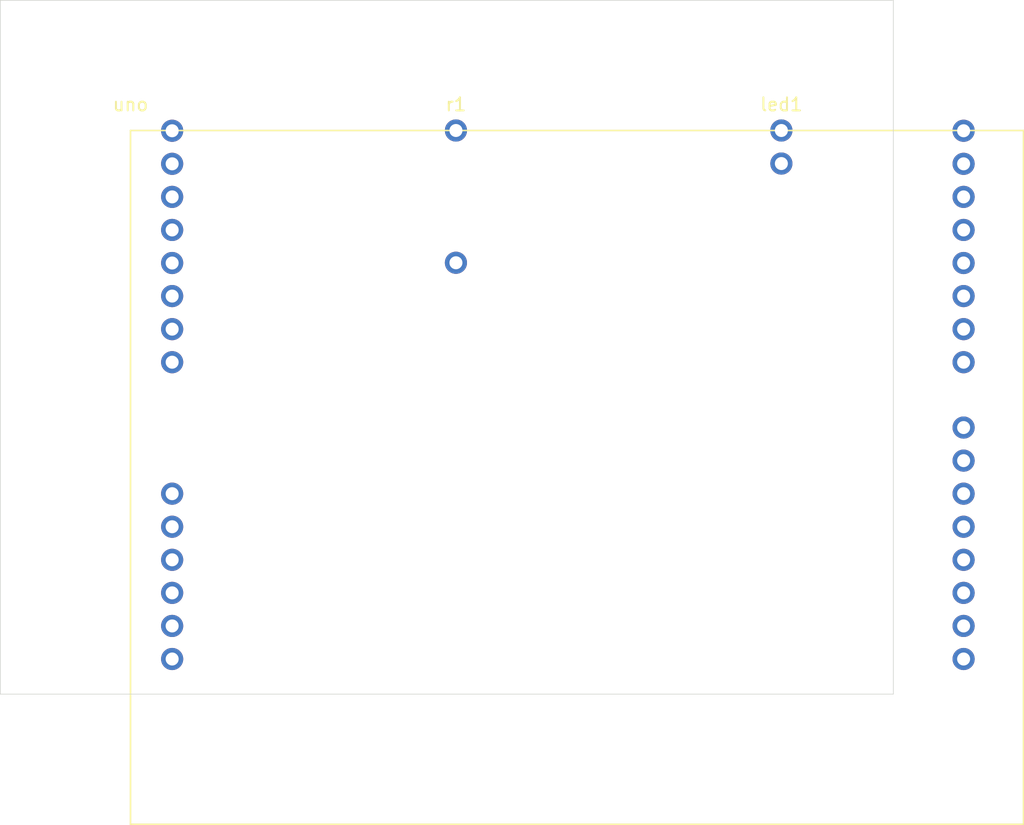
<source format=kicad_pcb>
(kicad_pcb (version 20240108) (generator sparkbench) (generator_version "1.0")
  (layers (0 F.Cu signal) (31 B.Cu signal) (36 B.SilkS user) (37 F.SilkS user) (38 B.Mask user) (39 F.Mask user) (44 Edge.Cuts user))
  (title_block (title "Sparkbench PCB Editor Alpha"))
  (net 0 "")
  (net 1 Net-1)
  (net 2 Net-2)
  (net 3 Net-3)
  (gr_line (start 0 0) (end 68.6 0) (layer Edge.Cuts) (stroke (width 0.05)))
  (gr_line (start 68.6 0) (end 68.6 53.3) (layer Edge.Cuts) (stroke (width 0.05)))
  (gr_line (start 68.6 53.3) (end 0 53.3) (layer Edge.Cuts) (stroke (width 0.05)))
  (gr_line (start 0 53.3) (end 0 0) (layer Edge.Cuts) (stroke (width 0.05)))
  (footprint Arduino-Uno-Shield (layer F.Cu) (at 10 10)
    (fp_text reference uno (at 0 -2) (layer F.SilkS))
    (fp_text value Arduino-Uno-Shield)
    (fp_line (start 0 0) (end 68.6 0) (layer F.SilkS) (stroke (width 0.12)))
    (fp_line (start 68.6 0) (end 68.6 53.3) (layer F.SilkS) (stroke (width 0.12)))
    (fp_line (start 68.6 53.3) (end 0 53.3) (layer F.SilkS) (stroke (width 0.12)))
    (fp_line (start 0 53.3) (end 0 0) (layer F.SilkS) (stroke (width 0.12)))
    (pad uno:0 thru_hole circle (at 64 40.6) (size 1.7 1.7) (layers F.Cu B.Cu) (drill 1))
    (pad uno:1 thru_hole circle (at 64 38.06) (size 1.7 1.7) (layers F.Cu B.Cu) (drill 1))
    (pad uno:2 thru_hole circle (at 64 35.52) (size 1.7 1.7) (layers F.Cu B.Cu) (drill 1))
    (pad uno:3 thru_hole circle (at 64 32.98) (size 1.7 1.7) (layers F.Cu B.Cu) (drill 1))
    (pad uno:4 thru_hole circle (at 64 30.44) (size 1.7 1.7) (layers F.Cu B.Cu) (drill 1))
    (pad uno:5 thru_hole circle (at 64 27.9) (size 1.7 1.7) (layers F.Cu B.Cu) (drill 1))
    (pad uno:6 thru_hole circle (at 64 25.36) (size 1.7 1.7) (layers F.Cu B.Cu) (drill 1))
    (pad uno:7 thru_hole circle (at 64 22.82) (size 1.7 1.7) (layers F.Cu B.Cu) (drill 1))
    (pad uno:8 thru_hole circle (at 64 17.8) (size 1.7 1.7) (layers F.Cu B.Cu) (drill 1))
    (pad uno:9 thru_hole circle (at 64 15.26) (size 1.7 1.7) (layers F.Cu B.Cu) (drill 1))
    (pad uno:10 thru_hole circle (at 64 12.72) (size 1.7 1.7) (layers F.Cu B.Cu) (drill 1))
    (pad uno:11 thru_hole circle (at 64 10.18) (size 1.7 1.7) (layers F.Cu B.Cu) (drill 1))
    (pad uno:12 thru_hole circle (at 64 7.64) (size 1.7 1.7) (layers F.Cu B.Cu) (drill 1))
    (pad uno:13 thru_hole circle (at 64 5.1) (size 1.7 1.7) (layers F.Cu B.Cu) (drill 1) (net 1 Net-1))
    (pad uno:GND.2 thru_hole circle (at 64 2.56) (size 1.7 1.7) (layers F.Cu B.Cu) (drill 1))
    (pad uno:AREF thru_hole circle (at 64 0.02) (size 1.7 1.7) (layers F.Cu B.Cu) (drill 1))
    (pad uno:A0 thru_hole circle (at 3.2 40.6) (size 1.7 1.7) (layers F.Cu B.Cu) (drill 1))
    (pad uno:A1 thru_hole circle (at 3.2 38.06) (size 1.7 1.7) (layers F.Cu B.Cu) (drill 1))
    (pad uno:A2 thru_hole circle (at 3.2 35.52) (size 1.7 1.7) (layers F.Cu B.Cu) (drill 1))
    (pad uno:A3 thru_hole circle (at 3.2 32.98) (size 1.7 1.7) (layers F.Cu B.Cu) (drill 1))
    (pad uno:A4 thru_hole circle (at 3.2 30.44) (size 1.7 1.7) (layers F.Cu B.Cu) (drill 1))
    (pad uno:A5 thru_hole circle (at 3.2 27.9) (size 1.7 1.7) (layers F.Cu B.Cu) (drill 1))
    (pad uno:VIN thru_hole circle (at 3.2 17.8) (size 1.7 1.7) (layers F.Cu B.Cu) (drill 1))
    (pad uno:GND.1 thru_hole circle (at 3.2 15.26) (size 1.7 1.7) (layers F.Cu B.Cu) (drill 1) (net 3 Net-3))
    (pad uno:GND.3 thru_hole circle (at 3.2 12.72) (size 1.7 1.7) (layers F.Cu B.Cu) (drill 1))
    (pad uno:5V thru_hole circle (at 3.2 10.18) (size 1.7 1.7) (layers F.Cu B.Cu) (drill 1))
    (pad uno:3.3V thru_hole circle (at 3.2 7.64) (size 1.7 1.7) (layers F.Cu B.Cu) (drill 1))
    (pad uno:RESET thru_hole circle (at 3.2 5.1) (size 1.7 1.7) (layers F.Cu B.Cu) (drill 1))
    (pad uno:IOREF thru_hole circle (at 3.2 2.56) (size 1.7 1.7) (layers F.Cu B.Cu) (drill 1))
    (pad uno:NC thru_hole circle (at 3.2 0.02) (size 1.7 1.7) (layers F.Cu B.Cu) (drill 1))
  )
  (footprint Axial-0.4in (layer F.Cu) (at 35 10)
    (fp_text reference r1 (at 0 -2) (layer F.SilkS))
    (fp_text value "220")
    (pad r1:1 thru_hole circle (at 0 0) (size 1.7 1.7) (layers F.Cu B.Cu) (drill 1) (net 1 Net-1))
    (pad r1:2 thru_hole circle (at 0 10.16) (size 1.7 1.7) (layers F.Cu B.Cu) (drill 1) (net 2 Net-2))
  )
  (footprint LED-THT-3mm (layer F.Cu) (at 60 10)
    (fp_text reference led1 (at 0 -2) (layer F.SilkS))
    (fp_text value LED-THT-3mm)
    (pad led1:1 thru_hole circle (at 0 0) (size 1.7 1.7) (layers F.Cu B.Cu) (drill 1))
    (pad led1:2 thru_hole circle (at 0 2.54) (size 1.7 1.7) (layers F.Cu B.Cu) (drill 1))
  )
)
</source>
